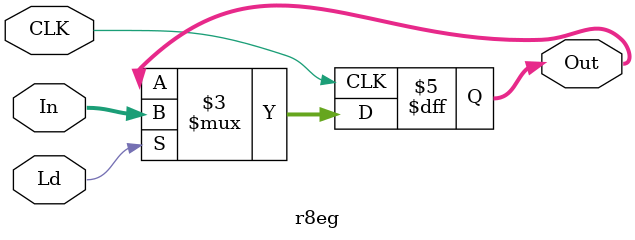
<source format=v>
module r8eg (CLK,In,Ld,Out);
	input CLK,Ld;
	input [7:0]In;
	output reg [7:0] Out;
	
always @(posedge CLK) begin
	if (Ld) begin
		Out = In;
	end
end

	
endmodule

</source>
